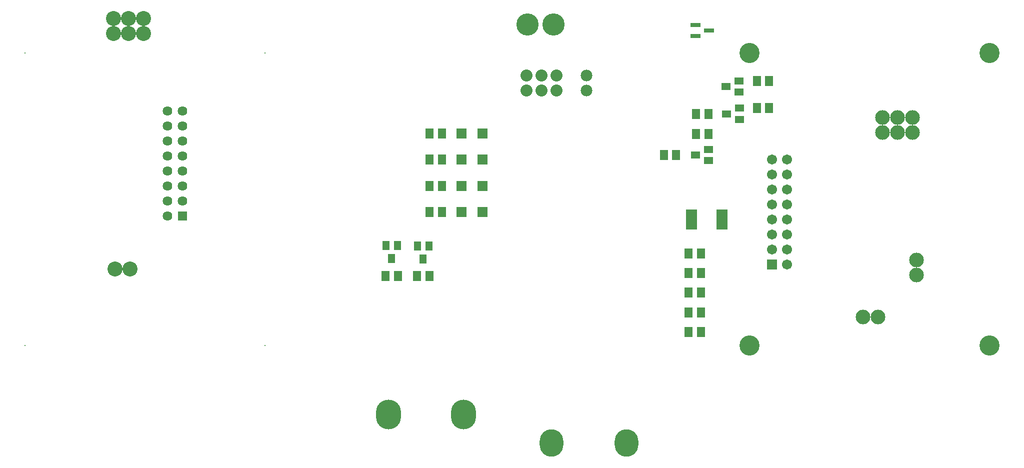
<source format=gbs>
G04 Layer_Color=16711935*
%FSLAX24Y24*%
%MOIN*%
G70*
G01*
G75*
%ADD44R,0.0781X0.1320*%
%ADD46C,0.0080*%
%ADD47C,0.0640*%
%ADD48R,0.0640X0.0640*%
%ADD49C,0.1000*%
%ADD50O,0.1680X0.1980*%
%ADD51C,0.1340*%
%ADD52C,0.1480*%
%ADD53O,0.1580X0.1830*%
%ADD54C,0.0671*%
%ADD55R,0.0671X0.0671*%
%ADD56C,0.0980*%
%ADD57C,0.0800*%
%ADD58C,0.0780*%
%ADD59R,0.0474X0.0631*%
%ADD60R,0.0671X0.0671*%
%ADD61R,0.0572X0.0671*%
%ADD62R,0.0631X0.0474*%
%ADD63R,0.0651X0.0316*%
D44*
X49430Y19000D02*
D03*
X47370D02*
D03*
D46*
X18950Y30115D02*
D03*
X2950D02*
D03*
Y10615D02*
D03*
X18950D02*
D03*
D47*
X12450Y19250D02*
D03*
Y20250D02*
D03*
X13450D02*
D03*
X12450Y21250D02*
D03*
X13450D02*
D03*
X12450Y22250D02*
D03*
X13450D02*
D03*
X12450Y23250D02*
D03*
X13450D02*
D03*
X12450Y24250D02*
D03*
X13450D02*
D03*
X12450Y25250D02*
D03*
X13450D02*
D03*
X12450Y26250D02*
D03*
X13450D02*
D03*
D48*
Y19250D02*
D03*
D49*
X9840Y31390D02*
D03*
X10840D02*
D03*
Y32390D02*
D03*
X9840D02*
D03*
X8840D02*
D03*
Y31390D02*
D03*
X8950Y15700D02*
D03*
X9950D02*
D03*
D50*
X32200Y5990D02*
D03*
X27200D02*
D03*
D51*
X51250Y30117D02*
D03*
X67250D02*
D03*
Y10617D02*
D03*
X51250D02*
D03*
D52*
X36450Y32000D02*
D03*
X38200D02*
D03*
D53*
X38035Y4094D02*
D03*
X43035D02*
D03*
D54*
X53750Y23000D02*
D03*
X52750D02*
D03*
X53750Y22000D02*
D03*
X52750D02*
D03*
X53750Y21000D02*
D03*
X52750D02*
D03*
X53750Y20000D02*
D03*
X52750D02*
D03*
X53750Y19000D02*
D03*
X52750D02*
D03*
X53750Y18000D02*
D03*
X52750D02*
D03*
X53750Y17000D02*
D03*
X52750D02*
D03*
X53750Y16000D02*
D03*
D55*
X52750D02*
D03*
D56*
X62132Y24790D02*
D03*
Y25790D02*
D03*
X61132D02*
D03*
X60132D02*
D03*
Y24790D02*
D03*
X61132D02*
D03*
X62382Y16290D02*
D03*
Y15290D02*
D03*
X59832Y12490D02*
D03*
X58832D02*
D03*
D57*
X38400Y28600D02*
D03*
Y27600D02*
D03*
X37400Y28600D02*
D03*
Y27600D02*
D03*
X36400Y28600D02*
D03*
Y27600D02*
D03*
D58*
X40400Y28600D02*
D03*
Y27600D02*
D03*
D59*
X27400Y16417D02*
D03*
X27774Y17283D02*
D03*
X27026D02*
D03*
X29500Y16367D02*
D03*
X29874Y17233D02*
D03*
X29126D02*
D03*
D60*
X33439Y24750D02*
D03*
X32061D02*
D03*
X33439Y23000D02*
D03*
X32061D02*
D03*
X33439Y21250D02*
D03*
X32061D02*
D03*
X33439Y19500D02*
D03*
X32061D02*
D03*
D61*
X29923Y24750D02*
D03*
X30750D02*
D03*
X29923Y23000D02*
D03*
X30750D02*
D03*
X26977Y15250D02*
D03*
X27804D02*
D03*
X29087D02*
D03*
X29913D02*
D03*
X29923Y21250D02*
D03*
X30750D02*
D03*
X29923Y19500D02*
D03*
X30750D02*
D03*
X47687Y24700D02*
D03*
X48513D02*
D03*
X45537Y23300D02*
D03*
X46363D02*
D03*
X47687Y26050D02*
D03*
X48513D02*
D03*
X51737Y26450D02*
D03*
X52563D02*
D03*
X48013Y16750D02*
D03*
X47187D02*
D03*
X48013Y12812D02*
D03*
X47187D02*
D03*
X51737Y28250D02*
D03*
X52563D02*
D03*
X48013Y14125D02*
D03*
X47187D02*
D03*
X48013Y11500D02*
D03*
X47187D02*
D03*
Y15438D02*
D03*
X48013D02*
D03*
D62*
X47667Y23300D02*
D03*
X48533Y22926D02*
D03*
Y23674D02*
D03*
X49684Y27876D02*
D03*
X50550Y27502D02*
D03*
Y28250D02*
D03*
X49717Y26050D02*
D03*
X50583Y25676D02*
D03*
Y26424D02*
D03*
D63*
X48563Y31600D02*
D03*
X47637Y31974D02*
D03*
Y31226D02*
D03*
M02*

</source>
